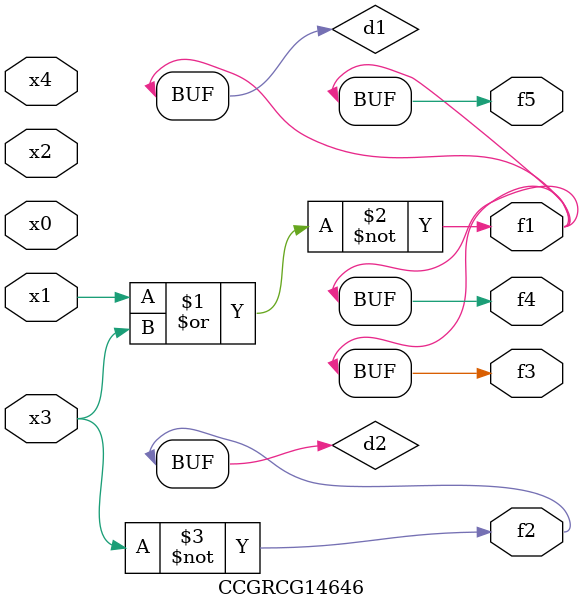
<source format=v>
module CCGRCG14646(
	input x0, x1, x2, x3, x4,
	output f1, f2, f3, f4, f5
);

	wire d1, d2;

	nor (d1, x1, x3);
	not (d2, x3);
	assign f1 = d1;
	assign f2 = d2;
	assign f3 = d1;
	assign f4 = d1;
	assign f5 = d1;
endmodule

</source>
